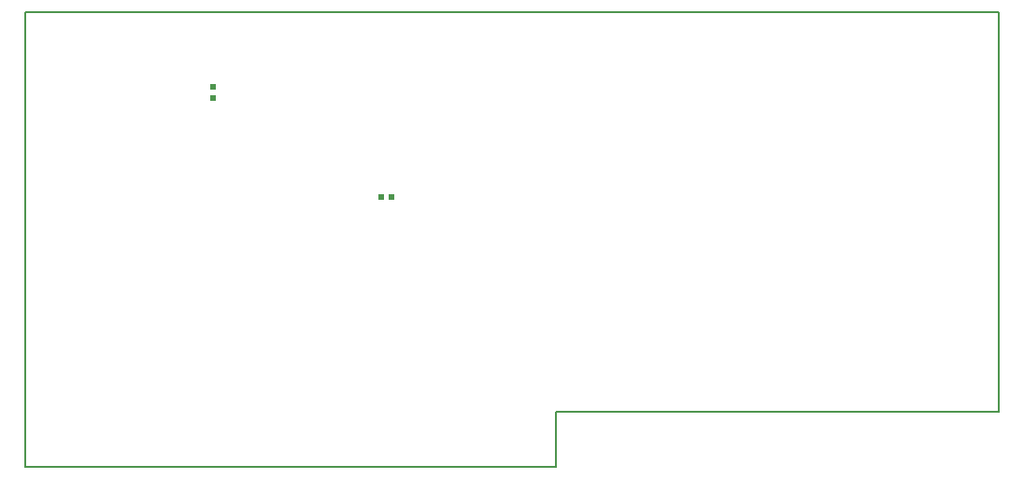
<source format=gbr>
G04 PROTEUS GERBER X2 FILE*
%TF.GenerationSoftware,Labcenter,Proteus,8.6-SP2-Build23525*%
%TF.CreationDate,2019-05-24T14:24:23+00:00*%
%TF.FileFunction,Paste,Bot*%
%TF.FilePolarity,Positive*%
%TF.Part,Single*%
%FSLAX45Y45*%
%MOMM*%
G01*
%TA.AperFunction,Material*%
%ADD48R,0.609600X0.558800*%
%ADD47R,0.558800X0.609600*%
%TA.AperFunction,Profile*%
%ADD25C,0.203200*%
%TD.AperFunction*%
D48*
X-5200000Y+6880000D03*
X-5200000Y+6780000D03*
D47*
X-3580000Y+5880000D03*
X-3680000Y+5880000D03*
D25*
X-6900000Y+7560000D02*
X+1920000Y+7560000D01*
X-6900000Y+7560000D02*
X-6900000Y+3440000D01*
X+1920000Y+7560000D02*
X+1920000Y+3940000D01*
X-6900000Y+3440000D02*
X-2090000Y+3440000D01*
X-2090000Y+3940000D01*
X+1920000Y+3940000D01*
M02*

</source>
